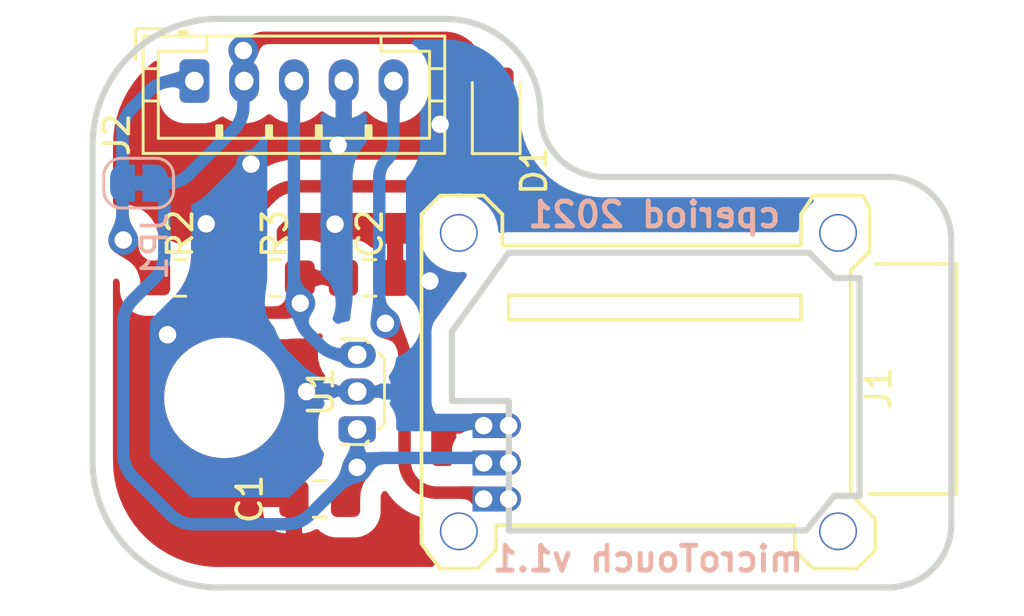
<source format=kicad_pcb>
(kicad_pcb (version 20211014) (generator pcbnew)
  (layers (0 "F.Cu" signal) (31 "B.Cu" signal) (34 "B.Paste" user) (35 "F.Paste" user) (36 "B.SilkS" user "B.Silkscreen") (37 "F.SilkS" user "F.Silkscreen") (38 "B.Mask" user) (39 "F.Mask" user) (44 "Edge.Cuts" user))
  (net 0 "")
  (net 1 "Net-(D1-Pad1)")
  (net 2 "/SIG")
  (net 3 "/SERVO")
  (net 4 "/5V")
  (net 5 "GND")
  (net 6 "/VSIG")
  (footprint "MountingHole:MountingHole_3.2mm_M3" (layer "F.Cu") (at 100.33 101.6)
    (fp_text reference "H1" hide)
    (fp_text value "MountingHole" hide)
  )
  (footprint "LED_SMD:LED_0805_2012Metric_Pad1.15x1.40mm_HandSolder" (layer "F.Cu") (at 111.252 89.916 90)
    (fp_text reference "D1")
    (fp_text value "LED")
  )
  (footprint "Capacitor_SMD:C_0805_2012Metric_Pad1.18x1.45mm_HandSolder" (layer "F.Cu") (at 106.1505 96.774)
    (fp_text reference "C2")
    (fp_text value "100nF")
  )
  (footprint "Resistor_SMD:R_0805_2012Metric_Pad1.20x1.40mm_HandSolder" (layer "F.Cu") (at 98.552 96.774 180)
    (fp_text reference "R2")
    (fp_text value "4K7")
  )
  (footprint "Resistor_SMD:R_0805_2012Metric_Pad1.20x1.40mm_HandSolder" (layer "F.Cu") (at 102.362 96.774 180)
    (fp_text reference "R3")
    (fp_text value "4K7")
  )
  (footprint "Capacitor_SMD:C_0805_2012Metric_Pad1.18x1.45mm_HandSolder" (layer "F.Cu") (at 104.1615 105.664 180)
    (fp_text reference "C1")
    (fp_text value "10uF")
  )
  (footprint "microTouch:GS-1502" (layer "F.Cu") (at 109.749 94.965)
    (fp_text reference "J1")
    (fp_text value "SERVO")
  )
  (footprint "Connector_JST:JST_PH_B5B-PH-K_1x05_P2.00mm_Vertical" (layer "F.Cu") (at 99.124 88.858)
    (fp_text reference "J2")
    (fp_text value "PRINTER")
  )
  (footprint "microTouch:TO-92Flat_Oval" (layer "F.Cu") (at 105.664 102.616 90)
    (fp_text reference "U1")
    (fp_text value "A3144")
  )
  (footprint "Jumper:SolderJumper-2_P1.3mm_Bridged_RoundedPad1.0x1.5mm" (layer "B.Cu") (at 96.886 92.964)
    (fp_text reference "JP1")
    (fp_text value "LOGICV")
  )
  (gr_arc (start 127 92.71) (mid 128.796051 93.453949) (end 129.54 95.25) (layer "Edge.Cuts") (width 0.25))
  (gr_line (start 124.841 96.774) (end 125.857 96.774) (layer "Edge.Cuts") (width 0.25))
  (gr_line (start 123.825 95.758) (end 124.841 96.774) (layer "Edge.Cuts") (width 0.25))
  (gr_line (start 95.032102 104.14) (end 95.032102 91.44) (layer "Edge.Cuts") (width 0.25))
  (gr_line (start 125.857 96.774) (end 125.857 105.537) (layer "Edge.Cuts") (width 0.25))
  (gr_arc (start 115.57 92.71) (mid 113.773949 91.966051) (end 113.03 90.17) (layer "Edge.Cuts") (width 0.25))
  (gr_arc (start 100.33 109.22) (mid 96.597575 107.80995) (end 95.032102 104.14) (layer "Edge.Cuts") (width 0.25))
  (gr_line (start 123.698 106.934) (end 111.76 106.934) (layer "Edge.Cuts") (width 0.25))
  (gr_line (start 109.474 101.727) (end 109.474 98.933) (layer "Edge.Cuts") (width 0.25))
  (gr_line (start 111.76 101.727) (end 109.474 101.727) (layer "Edge.Cuts") (width 0.25))
  (gr_line (start 124.841 105.537) (end 123.698 106.934) (layer "Edge.Cuts") (width 0.25))
  (gr_line (start 129.54 95.25) (end 129.54 106.68) (layer "Edge.Cuts") (width 0.25))
  (gr_line (start 100.33 86.36) (end 109.22 86.36) (layer "Edge.Cuts") (width 0.25))
  (gr_line (start 125.857 105.537) (end 124.841 105.537) (layer "Edge.Cuts") (width 0.25))
  (gr_line (start 127 109.22) (end 100.33 109.22) (layer "Edge.Cuts") (width 0.25))
  (gr_line (start 109.474 98.933) (end 111.76 95.758) (layer "Edge.Cuts") (width 0.25))
  (gr_line (start 111.76 95.758) (end 123.825 95.758) (layer "Edge.Cuts") (width 0.25))
  (gr_arc (start 129.54 106.68) (mid 128.796051 108.476051) (end 127 109.22) (layer "Edge.Cuts") (width 0.25))
  (gr_line (start 115.57 92.71) (end 127 92.71) (layer "Edge.Cuts") (width 0.25))
  (gr_line (start 111.76 106.934) (end 111.76 101.727) (layer "Edge.Cuts") (width 0.25))
  (gr_arc (start 95.032102 91.44) (mid 96.597575 87.770051) (end 100.33 86.36) (layer "Edge.Cuts") (width 0.25))
  (gr_arc (start 109.22 86.36) (mid 111.914077 87.475923) (end 113.03 90.17) (layer "Edge.Cuts") (width 0.25))
  (gr_text "cperiod 2021" (at 117.602 94.234) (layer "B.SilkS") (effects (font (size 1 1) (thickness 0.2)) (justify mirror)))
  (gr_text "microTouch v1.1" (at 117.348 108.077) (layer "B.SilkS") (effects (font (size 1 1) (thickness 0.2)) (justify mirror)))
  (segment (start 103.112689 93.091) (end 102.979661 93.104101) (width 0.5) (layer "F.Cu") (net 1))
  (segment (start 101.491135 94.326146) (end 101.439981 94.449643) (width 0.5) (layer "F.Cu") (net 1))
  (segment (start 111.246965 90.941) (end 111.245902 90.941104) (width 0.5) (layer "F.Cu") (net 1))
  (segment (start 101.713211 93.993786) (end 101.628411 94.097115) (width 0.5) (layer "F.Cu") (net 1))
  (segment (start 102.848558 93.130179) (end 102.720643 93.168982) (width 0.5) (layer "F.Cu") (net 1))
  (segment (start 101.439981 94.449643) (end 101.401178 94.577558) (width 0.5) (layer "F.Cu") (net 1))
  (segment (start 102.368115 93.357411) (end 102.264786 93.442211) (width 0.5) (layer "F.Cu") (net 1))
  (segment (start 108.988355 93.013016) (end 109.111851 92.961862) (width 0.5) (layer "F.Cu") (net 1))
  (segment (start 111.241019 90.943125) (end 111.241907 90.942532) (width 0.5) (layer "F.Cu") (net 1))
  (segment (start 111.244856 90.941311) (end 111.243834 90.94162) (width 0.5) (layer "F.Cu") (net 1))
  (segment (start 102.597146 93.220135) (end 102.479259 93.283147) (width 0.5) (layer "F.Cu") (net 1))
  (segment (start 111.245902 90.941104) (end 111.244856 90.941311) (width 0.5) (layer "F.Cu") (net 1))
  (segment (start 103.112689 93.091) (end 108.596309 93.091) (width 0.5) (layer "F.Cu") (net 1))
  (segment (start 101.554147 94.208259) (end 101.628411 94.097115) (width 0.5) (layer "F.Cu") (net 1))
  (segment (start 108.729337 93.077897) (end 108.596309 93.091) (width 0.5) (layer "F.Cu") (net 1))
  (segment (start 101.375101 94.708661) (end 101.362 94.841688) (width 0.5) (layer "F.Cu") (net 1))
  (segment (start 111.243834 90.94162) (end 111.242848 90.942029) (width 0.5) (layer "F.Cu") (net 1))
  (segment (start 109.444211 92.739786) (end 109.340882 92.824586) (width 0.5) (layer "F.Cu") (net 1))
  (segment (start 111.240194 90.943803) (end 109.444211 92.739786) (width 0.5) (layer "F.Cu") (net 1))
  (segment (start 102.264786 93.442211) (end 101.713211 93.993786) (width 0.5) (layer "F.Cu") (net 1))
  (segment (start 101.554147 94.208259) (end 101.491135 94.326146) (width 0.5) (layer "F.Cu") (net 1))
  (segment (start 111.242848 90.942029) (end 111.241907 90.942532) (width 0.5) (layer "F.Cu") (net 1))
  (segment (start 101.401178 94.577558) (end 101.375101 94.708661) (width 0.5) (layer "F.Cu") (net 1))
  (segment (start 102.979661 93.104101) (end 102.848558 93.130179) (width 0.5) (layer "F.Cu") (net 1))
  (segment (start 109.229738 92.89885) (end 109.340882 92.824586) (width 0.5) (layer "F.Cu") (net 1))
  (segment (start 108.988355 93.013016) (end 108.86044 93.051818) (width 0.5) (layer "F.Cu") (net 1))
  (segment (start 109.229738 92.89885) (end 109.111851 92.961862) (width 0.5) (layer "F.Cu") (net 1))
  (segment (start 102.597146 93.220135) (end 102.720643 93.168982) (width 0.5) (layer "F.Cu") (net 1))
  (segment (start 108.86044 93.051818) (end 108.729337 93.077897) (width 0.5) (layer "F.Cu") (net 1))
  (segment (start 102.368115 93.357411) (end 102.479259 93.283147) (width 0.5) (layer "F.Cu") (net 1))
  (segment (start 111.241019 90.943125) (end 111.240194 90.943803) (width 0.5) (layer "F.Cu") (net 1))
  (segment (start 111.246965 90.941) (end 111.252 90.941) (width 0.5) (layer "F.Cu") (net 1))
  (segment (start 101.362 94.841688) (end 101.362 96.774) (width 0.5) (layer "F.Cu") (net 1))
  (segment (start 99.727168 97.809985) (end 99.678339 97.736907) (width 0.5) (layer "F.Cu") (net 2))
  (segment (start 100.144803 98.119724) (end 100.228909 98.145237) (width 0.5) (layer "F.Cu") (net 2))
  (segment (start 102.885817 98.152267) (end 102.823141 98.164735) (width 0.5) (layer "F.Cu") (net 2))
  (segment (start 99.552 97.320419) (end 99.560614 97.407886) (width 0.5) (layer "F.Cu") (net 2))
  (segment (start 102.946971 98.133717) (end 102.885817 98.152267) (width 0.5) (layer "F.Cu") (net 2))
  (segment (start 100.315111 98.162384) (end 100.402579 98.171) (width 0.5) (layer "F.Cu") (net 2))
  (segment (start 103.006011 98.109261) (end 102.946971 98.133717) (width 0.5) (layer "F.Cu") (net 2))
  (segment (start 100.144803 98.119724) (end 100.063602 98.08609) (width 0.5) (layer "F.Cu") (net 2))
  (segment (start 102.823141 98.164735) (end 102.759543 98.171) (width 0.5) (layer "F.Cu") (net 2))
  (segment (start 99.636908 97.659395) (end 99.678339 97.736907) (width 0.5) (layer "F.Cu") (net 2))
  (segment (start 103.164905 98.003093) (end 103.378 97.79) (width 0.5) (layer "F.Cu") (net 2))
  (segment (start 99.845072 97.940072) (end 99.782925 97.877925) (width 0.5) (layer "F.Cu") (net 2))
  (segment (start 103.362 96.774) (end 105.113 96.774) (width 0.5) (layer "F.Cu") (net 2))
  (segment (start 99.57776 97.494088) (end 99.603273 97.578194) (width 0.5) (layer "F.Cu") (net 2))
  (segment (start 103.06237 98.079136) (end 103.115505 98.043633) (width 0.5) (layer "F.Cu") (net 2))
  (segment (start 100.402579 98.171) (end 102.759543 98.171) (width 0.5) (layer "F.Cu") (net 2))
  (segment (start 99.913012 97.995829) (end 99.98609 98.044659) (width 0.5) (layer "F.Cu") (net 2))
  (segment (start 99.560614 97.407886) (end 99.57776 97.494088) (width 0.5) (layer "F.Cu") (net 2))
  (segment (start 100.315111 98.162384) (end 100.228909 98.145237) (width 0.5) (layer "F.Cu") (net 2))
  (segment (start 99.727168 97.809985) (end 99.782925 97.877925) (width 0.5) (layer "F.Cu") (net 2))
  (segment (start 99.636908 97.659395) (end 99.603273 97.578194) (width 0.5) (layer "F.Cu") (net 2))
  (segment (start 103.164905 98.003093) (end 103.115505 98.043633) (width 0.5) (layer "F.Cu") (net 2))
  (segment (start 103.06237 98.079136) (end 103.006011 98.109261) (width 0.5) (layer "F.Cu") (net 2))
  (segment (start 99.552 97.320419) (end 99.552 96.774) (width 0.5) (layer "F.Cu") (net 2))
  (segment (start 99.98609 98.044659) (end 100.063602 98.08609) (width 0.5) (layer "F.Cu") (net 2))
  (segment (start 99.845072 97.940072) (end 99.913012 97.995829) (width 0.5) (layer "F.Cu") (net 2))
  (via (at 103.378 97.79) (size 1.2) (drill 0.7) (layers "F.Cu" "B.Cu") (net 2))
  (segment (start 103.378 98.287218) (end 103.388334 98.392148) (width 0.5) (layer "B.Cu") (net 2))
  (segment (start 103.479859 98.693869) (end 103.529562 98.786857) (width 0.5) (layer "B.Cu") (net 2))
  (segment (start 103.208908 97.615003) (end 103.235936 97.647936) (width 0.5) (layer "B.Cu") (net 2))
  (segment (start 103.316758 97.746417) (end 103.336841 97.78399) (width 0.5) (layer "B.Cu") (net 2))
  (segment (start 103.373823 97.905904) (end 103.378 97.948302) (width 0.5) (layer "B.Cu") (net 2))
  (segment (start 104.222527 99.523527) (end 103.65503 98.95603) (width 0.5) (layer "B.Cu") (net 2))
  (segment (start 105.049326 99.866) (end 105.664 99.866) (width 0.5) (layer "B.Cu") (net 2))
  (segment (start 103.293088 97.710994) (end 103.316758 97.746417) (width 0.5) (layer "B.Cu") (net 2))
  (segment (start 104.79177 99.827794) (end 104.919609 99.853223) (width 0.5) (layer "B.Cu") (net 2))
  (segment (start 104.222527 99.523527) (end 104.323284 99.606216) (width 0.5) (layer "B.Cu") (net 2))
  (segment (start 103.124 97.377696) (end 103.124 88.858) (width 0.5) (layer "B.Cu") (net 2))
  (segment (start 103.388334 98.392148) (end 103.408904 98.495559) (width 0.5) (layer "B.Cu") (net 2))
  (segment (start 104.919609 99.853223) (end 105.049326 99.866) (width 0.5) (layer "B.Cu") (net 2))
  (segment (start 104.667038 99.789957) (end 104.546615 99.740076) (width 0.5) (layer "B.Cu") (net 2))
  (segment (start 103.588141 98.874525) (end 103.65503 98.95603) (width 0.5) (layer "B.Cu") (net 2))
  (segment (start 103.124 97.377696) (end 103.128175 97.420094) (width 0.5) (layer "B.Cu") (net 2))
  (segment (start 103.136487 97.461878) (end 103.148854 97.502647) (width 0.5) (layer "B.Cu") (net 2))
  (segment (start 103.408904 98.495559) (end 103.439511 98.596457) (width 0.5) (layer "B.Cu") (net 2))
  (segment (start 104.667038 99.789957) (end 104.79177 99.827794) (width 0.5) (layer "B.Cu") (net 2))
  (segment (start 103.266061 97.678061) (end 103.235936 97.647936) (width 0.5) (layer "B.Cu") (net 2))
  (segment (start 103.353144 97.82335) (end 103.336841 97.78399) (width 0.5) (layer "B.Cu") (net 2))
  (segment (start 103.378 98.287218) (end 103.378 97.948302) (width 0.5) (layer "B.Cu") (net 2))
  (segment (start 103.529562 98.786857) (end 103.588141 98.874525) (width 0.5) (layer "B.Cu") (net 2))
  (segment (start 103.128175 97.420094) (end 103.136487 97.461878) (width 0.5) (layer "B.Cu") (net 2))
  (segment (start 103.353144 97.82335) (end 103.365511 97.864119) (width 0.5) (layer "B.Cu") (net 2))
  (segment (start 103.148854 97.502647) (end 103.165157 97.542007) (width 0.5) (layer "B.Cu") (net 2))
  (segment (start 103.266061 97.678061) (end 103.293088 97.710994) (width 0.5) (layer "B.Cu") (net 2))
  (segment (start 104.431662 99.678632) (end 104.323284 99.606216) (width 0.5) (layer "B.Cu") (net 2))
  (segment (start 103.165157 97.542007) (end 103.185239 97.57958) (width 0.5) (layer "B.Cu") (net 2))
  (segment (start 103.208908 97.615003) (end 103.185239 97.57958) (width 0.5) (layer "B.Cu") (net 2))
  (segment (start 103.365511 97.864119) (end 103.373823 97.905904) (width 0.5) (layer "B.Cu") (net 2))
  (segment (start 104.431662 99.678632) (end 104.546615 99.740076) (width 0.5) (layer "B.Cu") (net 2))
  (segment (start 103.479859 98.693869) (end 103.439511 98.596457) (width 0.5) (layer "B.Cu") (net 2))
  (segment (start 107.692473 104.666024) (end 107.752722 104.778743) (width 0.5) (layer "F.Cu") (net 3))
  (segment (start 110.50003 105.451319) (end 110.537751 105.471481) (width 0.5) (layer "F.Cu") (net 3))
  (segment (start 107.823729 104.885012) (end 107.904811 104.983811) (width 0.5) (layer "F.Cu") (net 3))
  (segment (start 107.383588 99.309054) (end 107.444391 99.422807) (width 0.5) (layer "F.Cu") (net 3))
  (segment (start 107.606461 104.425636) (end 107.643562 104.547943) (width 0.5) (layer "F.Cu") (net 3))
  (segment (start 107.493751 99.541973) (end 107.531193 99.665402) (width 0.5) (layer "F.Cu") (net 3))
  (segment (start 107.493751 99.541973) (end 107.444391 99.422807) (width 0.5) (layer "F.Cu") (net 3))
  (segment (start 110.573314 105.495243) (end 110.537751 105.471481) (width 0.5) (layer "F.Cu") (net 3))
  (segment (start 110.573314 105.495243) (end 110.606376 105.522376) (width 0.5) (layer "F.Cu") (net 3))
  (segment (start 107.556357 99.791908) (end 107.569 99.920272) (width 0.5) (layer "F.Cu") (net 3))
  (segment (start 106.812273 98.680734) (end 106.817018 98.687834) (width 0.5) (layer "F.Cu") (net 3))
  (segment (start 106.8 98.640268) (end 106.8 98.6) (width 0.5) (layer "F.Cu") (net 3))
  (segment (start 108.431054 105.335436) (end 108.553361 105.372537) (width 0.5) (layer "F.Cu") (net 3))
  (segment (start 108.678715 105.397472) (end 108.553361 105.372537) (width 0.5) (layer "F.Cu") (net 3))
  (segment (start 107.569 104.173087) (end 107.569 99.920272) (width 0.5) (layer "F.Cu") (net 3))
  (segment (start 107.752722 104.778743) (end 107.823729 104.885012) (width 0.5) (layer "F.Cu") (net 3))
  (segment (start 107.995186 105.074186) (end 108.093985 105.155268) (width 0.5) (layer "F.Cu") (net 3))
  (segment (start 106.802502 98.657142) (end 106.800836 98.648766) (width 0.5) (layer "F.Cu") (net 3))
  (segment (start 108.431054 105.335436) (end 108.312972 105.286524) (width 0.5) (layer "F.Cu") (net 3))
  (segment (start 108.200254 105.226275) (end 108.312972 105.286524) (width 0.5) (layer "F.Cu") (net 3))
  (segment (start 107.531193 99.665402) (end 107.556357 99.791908) (width 0.5) (layer "F.Cu") (net 3))
  (segment (start 106.822435 98.694435) (end 107.230101 99.102101) (width 0.5) (layer "F.Cu") (net 3))
  (segment (start 107.643562 104.547943) (end 107.692473 104.666024) (width 0.5) (layer "F.Cu") (net 3))
  (segment (start 107.569 104.173087) (end 107.581527 104.300282) (width 0.5) (layer "F.Cu") (net 3))
  (segment (start 106.802502 98.657142) (end 106.80498 98.665313) (width 0.5) (layer "F.Cu") (net 3))
  (segment (start 106.817018 98.687834) (end 106.822435 98.694435) (width 0.5) (layer "F.Cu") (net 3))
  (segment (start 106.808248 98.673203) (end 106.80498 98.665313) (width 0.5) (layer "F.Cu") (net 3))
  (segment (start 106.8 98.640268) (end 106.800836 98.648766) (width 0.5) (layer "F.Cu") (net 3))
  (segment (start 106.808248 98.673203) (end 106.812273 98.680734) (width 0.5) (layer "F.Cu") (net 3))
  (segment (start 107.606461 104.425636) (end 107.581527 104.300282) (width 0.5) (layer "F.Cu") (net 3))
  (segment (start 108.80591 105.41) (end 110.335072 105.41) (width 0.5) (layer "F.Cu") (net 3))
  (segment (start 108.093985 105.155268) (end 108.200254 105.226275) (width 0.5) (layer "F.Cu") (net 3))
  (segment (start 110.419585 105.422535) (end 110.377636 105.414192) (width 0.5) (layer "F.Cu") (net 3))
  (segment (start 107.995186 105.074186) (end 107.904811 104.983811) (width 0.5) (layer "F.Cu") (net 3))
  (segment (start 110.460515 105.434951) (end 110.50003 105.451319) (width 0.5) (layer "F.Cu") (net 3))
  (segment (start 110.377636 105.414192) (end 110.335072 105.41) (width 0.5) (layer "F.Cu") (net 3))
  (segment (start 108.678715 105.397472) (end 108.80591 105.41) (width 0.5) (layer "F.Cu") (net 3))
  (segment (start 110.419585 105.422535) (end 110.460515 105.434951) (width 0.5) (layer "F.Cu") (net 3))
  (segment (start 110.606376 105.522376) (end 110.749 105.665) (width 0.5) (layer "F.Cu") (net 3))
  (segment (start 107.230101 99.102101) (end 107.311928 99.201807) (width 0.5) (layer "F.Cu") (net 3))
  (segment (start 107.383588 99.309054) (end 107.311928 99.201807) (width 0.5) (layer "F.Cu") (net 3))
  (via (at 106.8 98.6) (size 1.2) (drill 0.7) (layers "F.Cu" "B.Cu") (net 3))
  (segment (start 106.630915 98.6) (end 106.8 98.6) (width 0.5) (layer "B.Cu") (net 3))
  (segment (start 107.031473 91.771506) (end 107.068125 91.683022) (width 0.5) (layer "B.Cu") (net 3))
  (segment (start 106.69067 92.231025) (end 106.743879 92.151393) (width 0.5) (layer "B.Cu") (net 3))
  (segment (start 106.574152 98.573152) (end 106.579845 98.578845) (width 0.5) (layer "B.Cu") (net 3))
  (segment (start 107.095927 91.591373) (end 107.068125 91.683022) (width 0.5) (layer "B.Cu") (net 3))
  (segment (start 106.804637 92.077358) (end 106.87236 92.009636) (width 0.5) (layer "B.Cu") (net 3))
  (segment (start 106.615006 98.597639) (end 106.622902 98.59921) (width 0.5) (layer "B.Cu") (net 3))
  (segment (start 106.553 98.522083) (end 106.553788 98.530095) (width 0.5) (layer "B.Cu") (net 3))
  (segment (start 106.986326 91.85597) (end 106.933118 91.935603) (width 0.5) (layer "B.Cu") (net 3))
  (segment (start 106.933118 91.935603) (end 106.87236 92.009636) (width 0.5) (layer "B.Cu") (net 3))
  (segment (start 106.804637 92.077358) (end 106.743879 92.151393) (width 0.5) (layer "B.Cu") (net 3))
  (segment (start 106.592763 98.588426) (end 106.586069 98.583953) (width 0.5) (layer "B.Cu") (net 3))
  (segment (start 106.569044 98.566928) (end 106.574152 98.573152) (width 0.5) (layer "B.Cu") (net 3))
  (segment (start 107.114612 91.497439) (end 107.095927 91.591373) (width 0.5) (layer "B.Cu") (net 3))
  (segment (start 107.031473 91.771506) (end 106.986326 91.85597) (width 0.5) (layer "B.Cu") (net 3))
  (segment (start 106.560776 98.553134) (end 106.564572 98.560234) (width 0.5) (layer "B.Cu") (net 3))
  (segment (start 106.592763 98.588426) (end 106.599863 98.592221) (width 0.5) (layer "B.Cu") (net 3))
  (segment (start 106.553 98.522083) (end 106.553 92.68487) (width 0.5) (layer "B.Cu") (net 3))
  (segment (start 106.622902 98.59921) (end 106.630915 98.6) (width 0.5) (layer "B.Cu") (net 3))
  (segment (start 106.69067 92.231025) (end 106.645523 92.31549) (width 0.5) (layer "B.Cu") (net 3))
  (segment (start 106.608872 92.403974) (end 106.581071 92.495623) (width 0.5) (layer "B.Cu") (net 3))
  (segment (start 106.555358 98.537991) (end 106.553788 98.530095) (width 0.5) (layer "B.Cu") (net 3))
  (segment (start 107.124 91.402127) (end 107.124 88.858) (width 0.5) (layer "B.Cu") (net 3))
  (segment (start 106.607302 98.595302) (end 106.615006 98.597639) (width 0.5) (layer "B.Cu") (net 3))
  (segment (start 106.562387 92.589557) (end 106.553 92.68487) (width 0.5) (layer "B.Cu") (net 3))
  (segment (start 106.608872 92.403974) (end 106.645523 92.31549) (width 0.5) (layer "B.Cu") (net 3))
  (segment (start 107.124 91.402127) (end 107.114612 91.497439) (width 0.5) (layer "B.Cu") (net 3))
  (segment (start 106.579845 98.578845) (end 106.586069 98.583953) (width 0.5) (layer "B.Cu") (net 3))
  (segment (start 106.560776 98.553134) (end 106.557695 98.545696) (width 0.5) (layer "B.Cu") (net 3))
  (segment (start 106.581071 92.495623) (end 106.562387 92.589557) (width 0.5) (layer "B.Cu") (net 3))
  (segment (start 106.564572 98.560234) (end 106.569044 98.566928) (width 0.5) (layer "B.Cu") (net 3))
  (segment (start 106.555358 98.537991) (end 106.557695 98.545696) (width 0.5) (layer "B.Cu") (net 3))
  (segment (start 106.607302 98.595302) (end 106.599863 98.592221) (width 0.5) (layer "B.Cu") (net 3))
  (segment (start 109.364337 87.135102) (end 109.231309 87.122) (width 0.5) (layer "F.Cu") (net 4))
  (segment (start 101.748239 87.146973) (end 101.831809 87.130351) (width 0.5) (layer "F.Cu") (net 4))
  (segment (start 105.641138 105.063305) (end 105.656355 104.986809) (width 0.5) (layer "F.Cu") (net 4))
  (segment (start 105.664 104.909191) (end 105.656355 104.986809) (width 0.5) (layer "F.Cu") (net 4))
  (segment (start 101.916605 87.122) (end 109.231309 87.122) (width 0.5) (layer "F.Cu") (net 4))
  (segment (start 111.443 104.013) (end 111.697 104.267) (width 0.5) (layer "F.Cu") (net 4))
  (segment (start 105.459074 105.403923) (end 105.199 105.664) (width 0.5) (layer "F.Cu") (net 4))
  (segment (start 111.175651 88.569651) (end 111.194086 88.592113) (width 0.5) (layer "F.Cu") (net 4))
  (segment (start 101.666702 87.171707) (end 101.587981 87.204314) (width 0.5) (layer "F.Cu") (net 4))
  (segment (start 109.864738 87.314147) (end 109.975882 87.388411) (width 0.5) (layer "F.Cu") (net 4))
  (segment (start 105.618498 105.13794) (end 105.58865 105.209999) (width 0.5) (layer "F.Cu") (net 4))
  (segment (start 105.664 104.909191) (end 105.664 104.394) (width 0.5) (layer "F.Cu") (net 4))
  (segment (start 105.508553 105.343633) (end 105.551884 105.278783) (width 0.5) (layer "F.Cu") (net 4))
  (segment (start 111.252 88.75397) (end 111.252 88.891) (width 0.5) (layer "F.Cu") (net 4))
  (segment (start 105.58865 105.209999) (end 105.551884 105.278783) (width 0.5) (layer "F.Cu") (net 4))
  (segment (start 109.746851 87.251135) (end 109.864738 87.314147) (width 0.5) (layer "F.Cu") (net 4))
  (segment (start 111.235047 88.668747) (end 111.243482 88.696553) (width 0.5) (layer "F.Cu") (net 4))
  (segment (start 101.512836 87.24448) (end 101.44199 87.291819) (width 0.5) (layer "F.Cu") (net 4))
  (segment (start 109.623355 87.199982) (end 109.746851 87.251135) (width 0.5) (layer "F.Cu") (net 4))
  (segment (start 111.249151 88.725052) (end 111.252 88.75397) (width 0.5) (layer "F.Cu") (net 4))
  (segment (start 101.44199 87.291819) (end 101.376125 87.345873) (width 0.5) (layer "F.Cu") (net 4))
  (segment (start 110.079211 87.473211) (end 111.175651 88.569651) (width 0.5) (layer "F.Cu") (net 4))
  (segment (start 111.21023 88.616274) (end 111.194086 88.592113) (width 0.5) (layer "F.Cu") (net 4))
  (segment (start 101.748239 87.146973) (end 101.666702 87.171707) (width 0.5) (layer "F.Cu") (net 4))
  (segment (start 109.49544 87.16118) (end 109.623355 87.199982) (width 0.5) (layer "F.Cu") (net 4))
  (segment (start 109.49544 87.16118) (end 109.364337 87.135102) (width 0.5) (layer "F.Cu") (net 4))
  (segment (start 111.21023 88.616274) (end 111.223927 88.641901) (width 0.5) (layer "F.Cu") (net 4))
  (segment (start 101.376125 87.345873) (end 101.092 87.63) (width 0.5) (layer "F.Cu") (net 4))
  (segment (start 111.223927 88.641901) (end 111.235047 88.668747) (width 0.5) (layer "F.Cu") (net 4))
  (segment (start 109.975882 87.388411) (end 110.079211 87.473211) (width 0.5) (layer "F.Cu") (net 4))
  (segment (start 101.916605 87.122) (end 101.831809 87.130351) (width 0.5) (layer "F.Cu") (net 4))
  (segment (start 105.641138 105.063305) (end 105.618498 105.13794) (width 0.5) (layer "F.Cu") (net 4))
  (segment (start 105.508553 105.343633) (end 105.459074 105.403923) (width 0.5) (layer "F.Cu") (net 4))
  (segment (start 111.243482 88.696553) (end 111.249151 88.725052) (width 0.5) (layer "F.Cu") (net 4))
  (segment (start 101.587981 87.204314) (end 101.512836 87.24448) (width 0.5) (layer "F.Cu") (net 4))
  (via (at 105.664 104.394) (size 1.2) (drill 0.7) (layers "F.Cu" "B.Cu") (net 4))
  (via (at 101.092 87.63) (size 1.2) (drill 0.7) (layers "F.Cu" "B.Cu") (net 4))
  (segment (start 97.823621 93.272499) (end 97.847365 93.31692) (width 0.5) (layer "B.Cu") (net 4))
  (segment (start 105.664146 104.356537) (end 105.66807 104.356532) (width 0.5) (layer "B.Cu") (net 4))
  (segment (start 103.014337 106.666897) (end 102.881309 106.68) (width 0.5) (layer "B.Cu") (net 4))
  (segment (start 97.910736 93.518856) (end 97.917 93.582454) (width 0.5) (layer "B.Cu") (net 4))
  (segment (start 98.457666 92.893699) (end 98.568993 92.847586) (width 0.5) (layer "B.Cu") (net 4))
  (segment (start 105.802561 104.284993) (end 105.788659 104.291567) (width 0.5) (layer "B.Cu") (net 4))
  (segment (start 105.664 104.336611) (end 105.666591 104.346338) (width 0.5) (layer "B.Cu") (net 4))
  (segment (start 96.343981 104.289355) (end 96.395135 104.412851) (width 0.5) (layer "B.Cu") (net 4))
  (segment (start 105.788659 104.291567) (end 105.775098 104.298816) (width 0.5) (layer "B.Cu") (net 4))
  (segment (start 109.273771 104.013) (end 109.127316 104.013) (width 0.5) (layer "B.Cu") (net 4))
  (segment (start 100.962862 90.442851) (end 101.014016 90.319355) (width 0.5) (layer "B.Cu") (net 4))
  (segment (start 98.675265 92.790782) (end 98.568993 92.847586) (width 0.5) (layer "B.Cu") (net 4))
  (segment (start 105.670227 104.354281) (end 105.666591 104.346338) (width 0.5) (layer "B.Cu") (net 4))
  (segment (start 98.775458 92.723835) (end 98.675265 92.790782) (width 0.5) (layer "B.Cu") (net 4))
  (segment (start 96.279101 98.407661) (end 96.305179 98.276558) (width 0.5) (layer "B.Cu") (net 4))
  (segment (start 97.788854 92.964) (end 98.104249 92.964) (width 0.5) (layer "B.Cu") (net 4))
  (segment (start 105.673023 104.358377) (end 105.66807 104.356532) (width 0.5) (layer "B.Cu") (net 4))
  (segment (start 97.877818 96.16044) (end 97.839016 96.288355) (width 0.5) (layer "B.Cu") (net 4))
  (segment (start 105.624037 104.43396) (end 105.636441 104.415994) (width 0.5) (layer "B.Cu") (net 4))
  (segment (start 106.419224 104.060387) (end 106.3252 104.083939) (width 0.5) (layer "B.Cu") (net 4))
  (segment (start 101.052818 90.19144) (end 101.078897 90.060337) (width 0.5) (layer "B.Cu") (net 4))
  (segment (start 111.733769 104.211377) (end 111.733769 104.21862) (width 0.5) (layer "B.Cu") (net 4))
  (segment (start 97.917 95.896309) (end 97.903897 96.029337) (width 0.5) (layer "B.Cu") (net 4))
  (segment (start 108.834405 104.013) (end 106.803448 104.013) (width 0.5) (layer "B.Cu") (net 4))
  (segment (start 97.695973 93.048179) (end 97.692728 93.081126) (width 0.5) (layer "B.Cu") (net 4))
  (segment (start 98.200786 106.328786) (end 96.617211 104.745211) (width 0.5) (layer "B.Cu") (net 4))
  (segment (start 105.660653 104.35887) (end 105.661913 104.3536) (width 0.5) (layer "B.Cu") (net 4))
  (segment (start 96.343982 98.148643) (end 96.305179 98.276558) (width 0.5) (layer "B.Cu") (net 4))
  (segment (start 106.803448 104.013) (end 106.706635 104.017755) (width 0.5) (layer "B.Cu") (net 4))
  (segment (start 105.775098 104.298816) (end 105.761908 104.306721) (width 0.5) (layer "B.Cu") (net 4))
  (segment (start 97.877818 96.16044) (end 97.903897 96.029337) (width 0.5) (layer "B.Cu") (net 4))
  (segment (start 105.650458 104.397294) (end 105.651329 104.401185) (width 0.5) (layer "B.Cu") (net 4))
  (segment (start 105.749121 104.315266) (end 105.73677 104.324426) (width 0.5) (layer "B.Cu") (net 4))
  (segment (start 97.699187 93.113597) (end 97.714794 93.142794) (width 0.5) (layer "B.Cu") (net 4))
  (segment (start 96.532411 97.796115) (end 96.458147 97.907259) (width 0.5) (layer "B.Cu") (net 4))
  (segment (start 105.651329 104.401185) (end 105.654737 104.40326) (width 0.5) (layer "B.Cu") (net 4))
  (segment (start 105.688478 104.366038) (end 105.69381 104.364187) (width 0.5) (layer "B.Cu") (net 4))
  (segment (start 105.635372 104.422625) (end 105.649767 104.40823) (width 0.5) (layer "B.Cu") (net 4))
  (segment (start 111.60983 104.080526) (end 111.581658 104.061703) (width 0.5) (layer "B.Cu") (net 4))
  (segment (start 105.635372 104.422625) (end 105.624037 104.43396) (width 0.5) (layer "B.Cu") (net 4))
  (segment (start 105.664 104.336611) (end 105.664 102.866) (width 0.5) (layer "B.Cu") (net 4))
  (segment (start 111.729583 104.232415) (end 111.732355 104.225724) (width 0.5) (layer "B.Cu") (net 4))
  (segment (start 98.304115 106.413586) (end 98.415259 106.48785) (width 0.5) (layer "B.Cu") (net 4))
  (segment (start 111.454822 104.01632) (end 111.421104 104.013) (width 0.5) (layer "B.Cu") (net 4))
  (segment (start 98.342354 92.928679) (end 98.224169 92.952188) (width 0.5) (layer "B.Cu") (net 4))
  (segment (start 105.666591 104.346338) (end 105.663358 104.344648) (width 0.5) (layer "B.Cu") (net 4))
  (segment (start 111.72556 104.238437) (end 111.697 104.267) (width 0.5) (layer "B.Cu") (net 4))
  (segment (start 100.825586 90.671882) (end 100.740786 90.775211) (width 0.5) (layer "B.Cu") (net 4))
  (segment (start 100.962862 90.442851) (end 100.89985 90.560738) (width 0.5) (layer "B.Cu") (net 4))
  (segment (start 105.647723 104.395376) (end 105.636441 104.415994) (width 0.5) (layer "B.Cu") (net 4))
  (segment (start 109.420227 104.013) (end 109.273771 104.013) (width 0.5) (layer "B.Cu") (net 4))
  (segment (start 97.763684 93.191684) (end 97.795638 93.23062) (width 0.5) (layer "B.Cu") (net 4))
  (segment (start 96.266 98.540689) (end 96.266 103.89731) (width 0.5) (layer "B.Cu") (net 4))
  (segment (start 109.859593 104.013) (end 111.421104 104.013) (width 0.5) (layer "B.Cu") (net 4))
  (segment (start 105.670227 104.354281) (end 105.673023 104.358377) (width 0.5) (layer "B.Cu") (net 4))
  (segment (start 108.98086 104.013) (end 109.127316 104.013) (width 0.5) (layer "B.Cu") (net 4))
  (segment (start 101.092 89.927309) (end 101.078897 90.060337) (width 0.5) (layer "B.Cu") (net 4))
  (segment (start 105.679487 104.373705) (end 105.681814 104.376183) (width 0.5) (layer "B.Cu") (net 4))
  (segment (start 105.650458 104.397294) (end 105.647723 104.395376) (width 0.5) (layer "B.Cu") (net 4))
  (segment (start 97.650586 96.640882) (end 97.72485 96.529738) (width 0.5) (layer "B.Cu") (net 4))
  (segment (start 97.695973 93.048179) (end 97.708643 93.017594) (width 0.5) (layer "B.Cu") (net 4))
  (segment (start 111.733769 104.21862) (end 111.732355 104.225724) (width 0.5) (layer "B.Cu") (net 4))
  (segment (start 105.663358 104.344648) (end 105.664 104.336611) (width 0.5) (layer "B.Cu") (net 4))
  (segment (start 98.915662 106.666897) (end 99.04869 106.68) (width 0.5) (layer "B.Cu") (net 4))
  (segment (start 97.757172 92.973609) (end 97.729645 92.992002) (width 0.5) (layer "B.Cu") (net 4))
  (segment (start 101.092 89.927309) (end 101.092 87.63) (width 0.5) (layer "B.Cu") (net 4))
  (segment (start 111.63602 104.10202) (end 111.72556 104.19156) (width 0.5) (layer "B.Cu") (net 4))
  (segment (start 98.415259 106.48785) (end 98.533146 106.550862) (width 0.5) (layer "B.Cu") (net 4))
  (segment (start 97.879718 93.395027) (end 97.898268 93.45618) (width 0.5) (layer "B.Cu") (net 4))
  (segment (start 111.488052 104.02293) (end 111.454822 104.01632) (width 0.5) (layer "B.Cu") (net 4))
  (segment (start 105.654737 104.40326) (end 105.677003 104.380994) (width 0.5) (layer "B.Cu") (net 4))
  (segment (start 97.898268 93.45618) (end 97.910736 93.518856) (width 0.5) (layer "B.Cu") (net 4))
  (segment (start 103.273355 106.602016) (end 103.396851 106.550862) (width 0.5) (layer "B.Cu") (net 4))
  (segment (start 105.683106 104.365531) (end 105.679523 104.368306) (width 0.5) (layer "B.Cu") (net 4))
  (segment (start 106.610172 104.027256) (end 106.514292 104.041478) (width 0.5) (layer "B.Cu") (net 4))
  (segment (start 96.617211 97.692786) (end 97.565786 96.744211) (width 0.5) (layer "B.Cu") (net 4))
  (segment (start 97.917 93.582454) (end 97.917 95.896309) (width 0.5) (layer "B.Cu") (net 4))
  (segment (start 105.679487 104.373705) (end 105.679523 104.368306) (width 0.5) (layer "B.Cu") (net 4))
  (segment (start 103.014337 106.666897) (end 103.14544 106.640819) (width 0.5) (layer "B.Cu") (net 4))
  (segment (start 96.305179 104.16144) (end 96.279101 104.030337) (width 0.5) (layer "B.Cu") (net 4))
  (segment (start 105.761908 104.306721) (end 105.749121 104.315266) (width 0.5) (layer "B.Cu") (net 4))
  (segment (start 105.664146 104.356537) (end 105.660653 104.35887) (width 0.5) (layer "B.Cu") (net 4))
  (segment (start 106.232444 104.112077) (end 106.3252 104.083939) (width 0.5) (layer "B.Cu") (net 4))
  (segment (start 103.273355 106.602016) (end 103.14544 106.640819) (width 0.5) (layer "B.Cu") (net 4))
  (segment (start 105.724883 104.334181) (end 105.713489 104.344508) (width 0.5) (layer "B.Cu") (net 4))
  (segment (start 108.98086 104.013) (end 108.834405 104.013) (width 0.5) (layer "B.Cu") (net 4))
  (segment (start 109.566682 104.013) (end 109.713138 104.013) (width 0.5) (layer "B.Cu") (net 4))
  (segment (start 97.823621 93.272499) (end 97.795638 93.23062) (width 0.5) (layer "B.Cu") (net 4))
  (segment (start 111.72556 104.19156) (end 111.729584 104.197582) (width 0.5) (layer "B.Cu") (net 4))
  (segment (start 98.868606 92.647391) (end 98.775458 92.723835) (width 0.5) (layer "B.Cu") (net 4))
  (segment (start 97.839016 96.288355) (end 97.787862 96.411851) (width 0.5) (layer "B.Cu") (net 4))
  (segment (start 105.673023 104.358377) (end 105.677404 104.362958) (width 0.5) (layer "B.Cu") (net 4))
  (segment (start 103.729211 106.328786) (end 103.625882 106.413586) (width 0.5) (layer "B.Cu") (net 4))
  (segment (start 98.457666 92.893699) (end 98.342354 92.928679) (width 0.5) (layer "B.Cu") (net 4))
  (segment (start 111.732355 104.204273) (end 111.729584 104.197582) (width 0.5) (layer "B.Cu") (net 4))
  (segment (start 105.69381 104.364187) (end 105.713489 104.344508) (width 0.5) (layer "B.Cu") (net 4))
  (segment (start 109.566682 104.013) (end 109.420227 104.013) (width 0.5) (layer "B.Cu") (net 4))
  (segment (start 105.677404 104.362958) (end 105.683106 104.365531) (width 0.5) (layer "B.Cu") (net 4))
  (segment (start 96.458147 104.530738) (end 96.532411 104.641882) (width 0.5) (layer "B.Cu") (net 4))
  (segment (start 105.650466 104.389101) (end 105.660653 104.35887) (width 0.5) (layer "B.Cu") (net 4))
  (segment (start 105.681814 104.376183) (end 105.677003 104.380994) (width 0.5) (layer "B.Cu") (net 4))
  (segment (start 97.650586 96.640882) (end 97.565786 96.744211) (width 0.5) (layer "B.Cu") (net 4))
  (segment (start 97.729645 92.992002) (end 97.708643 93.017594) (width 0.5) (layer "B.Cu") (net 4))
  (segment (start 96.532411 104.641882) (end 96.617211 104.745211) (width 0.5) (layer "B.Cu") (net 4))
  (segment (start 98.656643 106.602016) (end 98.784558 106.640819) (width 0.5) (layer "B.Cu") (net 4))
  (segment (start 96.305179 104.16144) (end 96.343981 104.289355) (width 0.5) (layer "B.Cu") (net 4))
  (segment (start 96.395135 104.412851) (end 96.458147 104.530738) (width 0.5) (layer "B.Cu") (net 4))
  (segment (start 97.699187 93.113597) (end 97.692728 93.081126) (width 0.5) (layer "B.Cu") (net 4))
  (segment (start 105.69381 104.364187) (end 105.688641 104.369356) (width 0.5) (layer "B.Cu") (net 4))
  (segment (start 106.706635 104.017755) (end 106.610172 104.027256) (width 0.5) (layer "B.Cu") (net 4))
  (segment (start 96.617211 97.692786) (end 96.532411 97.796115) (width 0.5) (layer "B.Cu") (net 4))
  (segment (start 103.514738 106.48785) (end 103.396851 106.550862) (width 0.5) (layer "B.Cu") (net 4))
  (segment (start 105.688641 104.369356) (end 105.681814 104.376183) (width 0.5) (layer "B.Cu") (net 4))
  (segment (start 105.624037 104.43396) (end 103.729211 106.328786) (width 0.5) (layer "B.Cu") (net 4))
  (segment (start 105.661913 104.3536) (end 105.663358 104.344648) (width 0.5) (layer "B.Cu") (net 4))
  (segment (start 97.763684 93.191684) (end 97.714794 93.142794) (width 0.5) (layer "B.Cu") (net 4))
  (segment (start 96.279101 98.407661) (end 96.266 98.540689) (width 0.5) (layer "B.Cu") (net 4))
  (segment (start 105.650466 104.389101) (end 105.650458 104.397294) (width 0.5) (layer "B.Cu") (net 4))
  (segment (start 96.395135 98.025146) (end 96.343982 98.148643) (width 0.5) (layer "B.Cu") (net 4))
  (segment (start 105.647723 104.395376) (end 105.650466 104.389101) (width 0.5) (layer "B.Cu") (net 4))
  (segment (start 105.688478 104.366038) (end 105.683106 104.365531) (width 0.5) (layer "B.Cu") (net 4))
  (segment (start 98.224169 92.952188) (end 98.104249 92.964) (width 0.5) (layer "B.Cu") (net 4))
  (segment (start 111.551778 104.045731) (end 111.581658 104.061703) (width 0.5) (layer "B.Cu") (net 4))
  (segment (start 105.677003 104.380994) (end 105.679487 104.373705) (width 0.5) (layer "B.Cu") (net 4))
  (segment (start 98.200786 106.328786) (end 98.304115 106.413586) (width 0.5) (layer "B.Cu") (net 4))
  (segment (start 97.787862 96.411851) (end 97.72485 96.529738) (width 0.5) (layer "B.Cu") (net 4))
  (segment (start 96.266 103.89731) (end 96.279101 104.030337) (width 0.5) (layer "B.Cu") (net 4))
  (segment (start 96.458147 97.907259) (end 96.395135 98.025146) (width 0.5) (layer "B.Cu") (net 4))
  (segment (start 106.232444 104.112077) (end 106.141181 104.144732) (width 0.5) (layer "B.Cu") (net 4))
  (segment (start 105.688641 104.369356) (end 105.688478 104.366038) (width 0.5) (layer "B.Cu") (net 4))
  (segment (start 105.724883 104.334181) (end 105.73677 104.324426) (width 0.5) (layer "B.Cu") (net 4))
  (segment (start 105.654737 104.40326) (end 105.649767 104.40823) (width 0.5) (layer "B.Cu") (net 4))
  (segment (start 111.60983 104.080526) (end 111.63602 104.10202) (width 0.5) (layer "B.Cu") (net 4))
  (segment (start 98.784558 106.640819) (end 98.915662 106.666897) (width 0.5) (layer "B.Cu") (net 4))
  (segment (start 98.656643 106.602016) (end 98.533146 106.550862) (width 0.5) (layer "B.Cu") (net 4))
  (segment (start 105.649767 104.40823) (end 105.651329 104.401185) (width 0.5) (layer "B.Cu") (net 4))
  (segment (start 105.636441 104.415994) (end 105.635372 104.422625) (width 0.5) (layer "B.Cu") (net 4))
  (segment (start 103.625882 106.413586) (end 103.514738 106.48785) (width 0.5) (layer "B.Cu") (net 4))
  (segment (start 97.879718 93.395027) (end 97.847365 93.31692) (width 0.5) (layer "B.Cu") (net 4))
  (segment (start 98.868606 92.647391) (end 100.740786 90.775211) (width 0.5) (layer "B.Cu") (net 4))
  (segment (start 105.66807 104.356532) (end 105.670227 104.354281) (width 0.5) (layer "B.Cu") (net 4))
  (segment (start 111.488052 104.02293) (end 111.520474 104.032765) (width 0.5) (layer "B.Cu") (net 4))
  (segment (start 106.419224 104.060387) (end 106.514292 104.041478) (width 0.5) (layer "B.Cu") (net 4))
  (segment (start 109.859593 104.013) (end 109.713138 104.013) (width 0.5) (layer "B.Cu") (net 4))
  (segment (start 101.052818 90.19144) (end 101.014016 90.319355) (width 0.5) (layer "B.Cu") (net 4))
  (segment (start 111.729583 104.232415) (end 111.72556 104.238437) (width 0.5) (layer "B.Cu") (net 4))
  (segment (start 111.732355 104.204273) (end 111.733769 104.211377) (width 0.5) (layer "B.Cu") (net 4))
  (segment (start 105.679523 104.368306) (end 105.677404 104.362958) (width 0.5) (layer "B.Cu") (net 4))
  (segment (start 102.881309 106.68) (end 99.04869 106.68) (width 0.5) (layer "B.Cu") (net 4))
  (segment (start 97.788854 92.964) (end 97.757172 92.973609) (width 0.5) (layer "B.Cu") (net 4))
  (segment (start 105.661913 104.3536) (end 105.664146 104.356537) (width 0.5) (layer "B.Cu") (net 4))
  (segment (start 111.520474 104.032765) (end 111.551778 104.045731) (width 0.5) (layer "B.Cu") (net 4))
  (segment (start 100.89985 90.560738) (end 100.825586 90.671882) (width 0.5) (layer "B.Cu") (net 4))
  (arc (start 105.802561 104.284993) (mid 106.07653 104.08912) (end 106.141181 104.144732) (width 0.5) (layer "B.Cu") (net 4))
  (via (at 104.775 94.615) (size 1.2) (drill 0.7) (layers "F.Cu" "B.Cu") (net 5))
  (via (at 101.4 92.2) (size 1.2) (drill 0.7) (layers "F.Cu" "B.Cu") (net 5))
  (via (at 98.044 99.06) (size 1.2) (drill 0.7) (layers "F.Cu" "B.Cu") (net 5))
  (via (at 103.632 101.346) (size 1.2) (drill 0.7) (layers "F.Cu" "B.Cu") (net 5))
  (via (at 108.585 96.901) (size 1.2) (drill 0.7) (layers "F.Cu" "B.Cu") (net 5))
  (via (at 104.902 91.44) (size 1.2) (drill 0.7) (layers "F.Cu" "B.Cu") (net 5))
  (via (at 109 90.6) (size 1.2) (drill 0.7) (layers "F.Cu" "B.Cu") (net 5))
  (via (at 99.6 94.6) (size 1.2) (drill 0.7) (layers "F.Cu" "B.Cu") (net 5))
  (segment (start 111.479528 102.533722) (end 111.520355 102.555544) (width 0.5) (layer "B.Cu") (net 5))
  (segment (start 107.324738 101.538147) (end 107.435882 101.612411) (width 0.5) (layer "B.Cu") (net 5))
  (segment (start 111.558847 102.581264) (end 111.594632 102.610632) (width 0.5) (layer "B.Cu") (net 5))
  (segment (start 111.347054 102.493537) (end 111.392459 102.502568) (width 0.5) (layer "B.Cu") (net 5))
  (segment (start 107.435882 101.612411) (end 107.539211 101.697211) (width 0.5) (layer "B.Cu") (net 5))
  (segment (start 106.824337 101.359101) (end 106.95544 101.385179) (width 0.5) (layer "B.Cu") (net 5))
  (segment (start 111.347054 102.493537) (end 111.300984 102.489) (width 0.5) (layer "B.Cu") (net 5))
  (segment (start 108.694662 102.475897) (end 108.563558 102.449819) (width 0.5) (layer "B.Cu") (net 5))
  (segment (start 111.520355 102.555544) (end 111.558847 102.581264) (width 0.5) (layer "B.Cu") (net 5))
  (segment (start 111.436759 102.516006) (end 111.479528 102.533722) (width 0.5) (layer "B.Cu") (net 5))
  (segment (start 108.194259 102.29685) (end 108.312146 102.359862) (width 0.5) (layer "B.Cu") (net 5))
  (segment (start 106.69131 101.346) (end 105.664 101.346) (width 0.5) (layer "B.Cu") (net 5))
  (segment (start 106.95544 101.385179) (end 107.083355 101.423981) (width 0.5) (layer "B.Cu") (net 5))
  (segment (start 108.435643 102.411016) (end 108.563558 102.449819) (width 0.5) (layer "B.Cu") (net 5))
  (segment (start 111.300984 102.489) (end 108.82769 102.489) (width 0.5) (layer "B.Cu") (net 5))
  (segment (start 111.392459 102.502568) (end 111.436759 102.516006) (width 0.5) (layer "B.Cu") (net 5))
  (segment (start 107.206851 101.475135) (end 107.324738 101.538147) (width 0.5) (layer "B.Cu") (net 5))
  (segment (start 111.594632 102.610632) (end 111.749 102.765) (width 0.5) (layer "B.Cu") (net 5))
  (segment (start 106.824337 101.359101) (end 106.69131 101.346) (width 0.5) (layer "B.Cu") (net 5))
  (segment (start 108.694662 102.475897) (end 108.82769 102.489) (width 0.5) (layer "B.Cu") (net 5))
  (segment (start 107.206851 101.475135) (end 107.083355 101.423981) (width 0.5) (layer "B.Cu") (net 5))
  (segment (start 107.979786 102.137786) (end 108.083115 102.222586) (width 0.5) (layer "B.Cu") (net 5))
  (segment (start 108.312146 102.359862) (end 108.435643 102.411016) (width 0.5) (layer "B.Cu") (net 5))
  (segment (start 107.539211 101.697211) (end 107.979786 102.137786) (width 0.5) (layer "B.Cu") (net 5))
  (segment (start 108.194259 102.29685) (end 108.083115 102.222586) (width 0.5) (layer "B.Cu") (net 5))
  (segment (start 96.322257 95.540344) (end 96.340165 95.562165) (width 0.5) (layer "F.Cu") (net 6))
  (segment (start 96.340165 95.562165) (end 97.552 96.774) (width 0.5) (layer "F.Cu") (net 6))
  (segment (start 96.268766 95.411203) (end 96.274273 95.438889) (width 0.5) (layer "F.Cu") (net 6))
  (segment (start 96.266 95.383111) (end 96.266 95.25) (width 0.5) (layer "F.Cu") (net 6))
  (segment (start 96.293268 95.491979) (end 96.282467 95.465901) (width 0.5) (layer "F.Cu") (net 6))
  (segment (start 96.266 95.383111) (end 96.268766 95.411203) (width 0.5) (layer "F.Cu") (net 6))
  (segment (start 96.293268 95.491979) (end 96.306574 95.516873) (width 0.5) (layer "F.Cu") (net 6))
  (segment (start 96.306574 95.516873) (end 96.322257 95.540344) (width 0.5) (layer "F.Cu") (net 6))
  (segment (start 96.274273 95.438889) (end 96.282467 95.465901) (width 0.5) (layer "F.Cu") (net 6))
  (via (at 96.266 95.25) (size 1.2) (drill 0.7) (layers "F.Cu" "B.Cu") (net 6))
  (segment (start 97.457115 89.124411) (end 97.568259 89.050147) (width 0.5) (layer "B.Cu") (net 6))
  (segment (start 97.457115 89.124411) (end 97.353786 89.209211) (width 0.5) (layer "B.Cu") (net 6))
  (segment (start 96.236 92.59786) (end 96.236 92.744316) (width 0.5) (layer "B.Cu") (net 6))
  (segment (start 96.24086 95.220708) (end 96.238934 95.216059) (width 0.5) (layer "B.Cu") (net 6))
  (segment (start 96.246027 95.229329) (end 96.249219 95.233219) (width 0.5) (layer "B.Cu") (net 6))
  (segment (start 96.236 95.201302) (end 96.236 93.476593) (width 0.5) (layer "B.Cu") (net 6))
  (segment (start 96.237474 95.211244) (end 96.238934 95.216059) (width 0.5) (layer "B.Cu") (net 6))
  (segment (start 97.686146 88.987135) (end 97.809643 88.935982) (width 0.5) (layer "B.Cu") (net 6))
  (segment (start 96.236 93.330138) (end 96.236 93.476593) (width 0.5) (layer "B.Cu") (net 6))
  (segment (start 97.937558 88.897179) (end 97.809643 88.935982) (width 0.5) (layer "B.Cu") (net 6))
  (segment (start 96.236 92.744316) (end 96.236 92.890771) (width 0.5) (layer "B.Cu") (net 6))
  (segment (start 98.201689 88.858) (end 98.068661 88.871101) (width 0.5) (layer "B.Cu") (net 6))
  (segment (start 96.236 93.037227) (end 96.236 92.890771) (width 0.5) (layer "B.Cu") (net 6))
  (segment (start 96.236 93.037227) (end 96.236 93.183682) (width 0.5) (layer "B.Cu") (net 6))
  (segment (start 96.502411 90.079115) (end 96.428147 90.190259) (width 0.5) (layer "B.Cu") (net 6))
  (segment (start 96.236 92.451405) (end 96.236 90.823689) (width 0.5) (layer "B.Cu") (net 6))
  (segment (start 98.068661 88.871101) (end 97.937558 88.897179) (width 0.5) (layer "B.Cu") (net 6))
  (segment (start 96.236 95.201302) (end 96.236492 95.206309) (width 0.5) (layer "B.Cu") (net 6))
  (segment (start 96.246027 95.229329) (end 96.243232 95.225146) (width 0.5) (layer "B.Cu") (net 6))
  (segment (start 96.236492 95.206309) (end 96.237474 95.211244) (width 0.5) (layer "B.Cu") (net 6))
  (segment (start 96.236 92.451405) (end 96.236 92.59786) (width 0.5) (layer "B.Cu") (net 6))
  (segment (start 96.428147 90.190259) (end 96.365135 90.308146) (width 0.5) (layer "B.Cu") (net 6))
  (segment (start 96.587211 89.975786) (end 96.502411 90.079115) (width 0.5) (layer "B.Cu") (net 6))
  (segment (start 97.686146 88.987135) (end 97.568259 89.050147) (width 0.5) (layer "B.Cu") (net 6))
  (segment (start 97.353786 89.209211) (end 96.587211 89.975786) (width 0.5) (layer "B.Cu") (net 6))
  (segment (start 98.201689 88.858) (end 99.124 88.858) (width 0.5) (layer "B.Cu") (net 6))
  (segment (start 96.249219 95.233219) (end 96.266 95.25) (width 0.5) (layer "B.Cu") (net 6))
  (segment (start 96.249102 90.690661) (end 96.236 90.823689) (width 0.5) (layer "B.Cu") (net 6))
  (segment (start 96.313982 90.431643) (end 96.365135 90.308146) (width 0.5) (layer "B.Cu") (net 6))
  (segment (start 96.236 93.330138) (end 96.236 93.183682) (width 0.5) (layer "B.Cu") (net 6))
  (segment (start 96.275179 90.559558) (end 96.249102 90.690661) (width 0.5) (layer "B.Cu") (net 6))
  (segment (start 96.24086 95.220708) (end 96.243232 95.225146) (width 0.5) (layer "B.Cu") (net 6))
  (segment (start 96.313982 90.431643) (end 96.275179 90.559558) (width 0.5) (layer "B.Cu") (net 6))
  (zone (net 3) (net_name "/SERVO") (layer "F.Cu") (priority 16962) (connect_pads yes (clearance 0)) (min_thickness 0.0254) (fill yes (thermal_gap 0.508) (thermal_bridge_width 0.508))
    (polygon (pts (xy 109.815072 105.66) (xy 109.897734 105.66261) (xy 109.969664 105.670537) (xy 110.032317 105.683924) (xy 110.087143 105.702914) (xy 110.135596 105.72765) (xy 110.179129 105.758276) (xy 110.219194 105.794936) (xy 110.257243 105.837772) (xy 110.29473 105.886928) (xy 110.333107 105.942547) (xy 110.964538 105.791662) (xy 110.749 105.165) (xy 110.644679 105.16486) (xy 110.553247 105.16448) (xy 110.470781 105.163919) (xy 110.393359 105.16324) (xy 110.317058 105.1625) (xy 110.237955 105.16176) (xy 110.152128 105.16108) (xy 110.055653 105.16052) (xy 109.944609 105.16014) (xy 109.815072 105.16)))
  )
  (zone (net 6) (net_name "/VSIG") (layer "F.Cu") (priority 16962) (connect_pads yes (clearance 0)) (min_thickness 0.0254) (fill yes (thermal_gap 0.508) (thermal_bridge_width 0.508))
    (polygon (pts (xy 96.533767 96.10932) (xy 96.626405 96.206734) (xy 96.700081 96.294439) (xy 96.757949 96.375138) (xy 96.80316 96.451533) (xy 96.838869 96.526328) (xy 96.868228 96.602226) (xy 96.89439 96.681929) (xy 96.920509 96.768142) (xy 96.949738 96.863566) (xy 96.98523 96.970905) (xy 97.764132 96.986132) (xy 97.748905 96.20723) (xy 97.641566 96.171738) (xy 97.546142 96.142509) (xy 97.459929 96.11639) (xy 97.380226 96.090228) (xy 97.304328 96.060869) (xy 97.229533 96.02516) (xy 97.153138 95.979949) (xy 97.072439 95.922081) (xy 96.984734 95.848405) (xy 96.88732 95.755767)))
  )
  (zone (net 4) (net_name "/5V") (layer "F.Cu") (priority 16962) (connect_pads yes (clearance 0)) (min_thickness 0.0254) (fill yes (thermal_gap 0.508) (thermal_bridge_width 0.508))
    (polygon (pts (xy 105.414 104.641663) (xy 105.408202 104.732302) (xy 105.391394 104.808004) (xy 105.364457 104.870841) (xy 105.328269 104.922885) (xy 105.28371 104.966212) (xy 105.231659 105.002892) (xy 105.172996 105.035001) (xy 105.1086 105.06461) (xy 105.039351 105.093793) (xy 104.966128 105.124624) (xy 105.007034 105.886346) (xy 105.7865 105.664) (xy 105.79007 105.545896) (xy 105.79976 105.443753) (xy 105.814039 105.352907) (xy 105.83138 105.268696) (xy 105.85025 105.186457) (xy 105.86912 105.101529) (xy 105.88646 105.009247) (xy 105.90074 104.904951) (xy 105.91043 104.783977) (xy 105.914 104.641663)))
  )
  (zone (net 3) (net_name "/SERVO") (layer "F.Cu") (priority 16962) (connect_pads yes (clearance 0)) (min_thickness 0.0254) (fill yes (thermal_gap 0.508) (thermal_bridge_width 0.508))
    (polygon (pts (xy 107.740979 99.495753) (xy 107.695012 99.350072) (xy 107.65289 99.226787) (xy 107.614004 99.120939) (xy 107.577746 99.027566) (xy 107.543508 98.941708) (xy 107.510681 98.858403) (xy 107.478659 98.772692) (xy 107.446832 98.679612) (xy 107.414593 98.574203) (xy 107.381334 98.451506) (xy 106.606479 98.370764) (xy 106.556083 99.148182) (xy 106.651705 99.186099) (xy 106.742734 99.215564) (xy 106.82881 99.240691) (xy 106.909574 99.265597) (xy 106.984668 99.294398) (xy 107.053731 99.33121) (xy 107.116406 99.380149) (xy 107.172334 99.445332) (xy 107.221154 99.530875) (xy 107.26251 99.640895)))
  )
  (zone (net 2) (net_name "/SIG") (layer "F.Cu") (priority 16962) (connect_pads yes (clearance 0)) (min_thickness 0.0254) (fill yes (thermal_gap 0.508) (thermal_bridge_width 0.508))
    (polygon (pts (xy 102.291259 98.421) (xy 102.441619 98.420132) (xy 102.56978 98.417776) (xy 102.680592 98.414303) (xy 102.778906 98.410088) (xy 102.869574 98.4055) (xy 102.957446 98.400912) (xy 103.047374 98.396696) (xy 103.144208 98.393224) (xy 103.252799 98.390868) (xy 103.378 98.39) (xy 103.619227 97.611649) (xy 102.84667 97.511275) (xy 102.808158 97.584277) (xy 102.77103 97.651118) (xy 102.733346 97.71144) (xy 102.69317 97.764884) (xy 102.648563 97.81109) (xy 102.597589 97.8497) (xy 102.538309 97.880355) (xy 102.468785 97.902696) (xy 102.387081 97.916364) (xy 102.291259 97.921)))
  )
  (zone (net 6) (net_name "/VSIG") (layer "F.Cu") (priority 16962) (connect_pads yes (clearance 0)) (min_thickness 0.0254) (fill yes (thermal_gap 0.508) (thermal_bridge_width 0.508))
    (polygon (pts (xy 97.160408 96.028855) (xy 97.078514 95.941647) (xy 97.014371 95.861632) (xy 96.965685 95.786623) (xy 96.930165 95.714431) (xy 96.905518 95.64287) (xy 96.889452 95.569751) (xy 96.879674 95.492888) (xy 96.873891 95.410094) (xy 96.869811 95.31918) (xy 96.865143 95.21796) (xy 96.121002 94.987369) (xy 95.919671 95.739954) (xy 96.024103 95.811137) (xy 96.117057 95.870175) (xy 96.201527 95.921044) (xy 96.280509 95.96772) (xy 96.356998 96.01418) (xy 96.433987 96.0644) (xy 96.514472 96.122356) (xy 96.601449 96.192026) (xy 96.697911 96.277384) (xy 96.806855 96.382408)))
  )
  (zone (net 2) (net_name "/SIG") (layer "F.Cu") (priority 16962) (connect_pads yes (clearance 0)) (min_thickness 0.0254) (fill yes (thermal_gap 0.508) (thermal_bridge_width 0.508))
    (polygon (pts (xy 104.552 96.524) (xy 104.417611 96.520622) (xy 104.303497 96.510702) (xy 104.205516 96.494558) (xy 104.119527 96.472508) (xy 104.041389 96.444869) (xy 103.966961 96.411962) (xy 103.892102 96.374102) (xy 103.812672 96.33161) (xy 103.724529 96.284803) (xy 103.623533 96.234) (xy 103.062 96.774) (xy 103.623533 97.314) (xy 103.724529 97.263196) (xy 103.812672 97.216389) (xy 103.892102 97.173897) (xy 103.966961 97.136037) (xy 104.041389 97.10313) (xy 104.119527 97.075491) (xy 104.205516 97.053441) (xy 104.303497 97.037297) (xy 104.417611 97.027377) (xy 104.552 97.024)))
  )
  (zone (net 4) (net_name "/5V") (layer "F.Cu") (priority 16962) (connect_pads yes (clearance 0)) (min_thickness 0.0254) (fill yes (thermal_gap 0.508) (thermal_bridge_width 0.508))
    (polygon (pts (xy 105.535419 105.681132) (xy 105.630835 105.577033) (xy 105.703224 105.481082) (xy 105.757876 105.391708) (xy 105.800082 105.307339) (xy 105.835134 105.226404) (xy 105.868322 105.147333) (xy 105.904938 105.068553) (xy 105.950274 104.988496) (xy 106.009619 104.905588) (xy 106.088266 104.818261) (xy 105.668776 104.094039) (xy 105.119905 104.646902) (xy 105.157167 104.721833) (xy 105.195378 104.793096) (xy 105.231595 104.861495) (xy 105.26287 104.927833) (xy 105.28626 104.992913) (xy 105.298821 105.05754) (xy 105.297606 105.122517) (xy 105.279671 105.188647) (xy 105.242072 105.256734) (xy 105.181864 105.327582)))
  )
  (zone (net 4) (net_name "/5V") (layer "F.Cu") (priority 16962) (connect_pads yes (clearance 0)) (min_thickness 0.0254) (fill yes (thermal_gap 0.508) (thermal_bridge_width 0.508))
    (polygon (pts (xy 102.130572 86.872) (xy 101.985604 86.876424) (xy 101.862641 86.888432) (xy 101.756856 86.906127) (xy 101.663424 86.927616) (xy 101.577519 86.951) (xy 101.494315 86.974384) (xy 101.408987 86.995872) (xy 101.316709 87.013568) (xy 101.212655 87.025576) (xy 101.092 87.03) (xy 100.867519 87.829018) (xy 101.64593 87.860566) (xy 101.676831 87.782926) (xy 101.70537 87.708683) (xy 101.733895 87.638961) (xy 101.764756 87.574885) (xy 101.800303 87.51758) (xy 101.842886 87.468171) (xy 101.894854 87.427784) (xy 101.958558 87.397542) (xy 102.036347 87.378573) (xy 102.130572 87.372)))
  )
  (zone (net 4) (net_name "/5V") (layer "F.Cu") (priority 16962) (connect_pads yes (clearance 0)) (min_thickness 0.0254) (fill yes (thermal_gap 0.508) (thermal_bridge_width 0.508))
    (polygon (pts (xy 110.40137 88.148924) (xy 110.478228 88.230612) (xy 110.538781 88.305656) (xy 110.585037 88.376067) (xy 110.619005 88.443856) (xy 110.642693 88.511034) (xy 110.658111 88.579613) (xy 110.667268 88.651604) (xy 110.672172 88.729019) (xy 110.674832 88.813868) (xy 110.677257 88.908164) (xy 111.384986 89.145893) (xy 111.594873 88.429413) (xy 111.496915 88.358949) (xy 111.40973 88.300021) (xy 111.330441 88.24889) (xy 111.256173 88.20182) (xy 111.184049 88.155073) (xy 111.111192 88.104911) (xy 111.034728 88.047598) (xy 110.951779 87.979394) (xy 110.859469 87.896564) (xy 110.754924 87.79537)))
  )
  (zone (net 1) (net_name "Net-(D1-Pad1)") (layer "F.Cu") (priority 16962) (connect_pads yes (clearance 0)) (min_thickness 0.0254) (fill yes (thermal_gap 0.508) (thermal_bridge_width 0.508))
    (polygon (pts (xy 110.607335 91.930216) (xy 110.701282 91.840425) (xy 110.785693 91.768342) (xy 110.863209 91.711109) (xy 110.936473 91.665867) (xy 111.008127 91.629759) (xy 111.080813 91.599927) (xy 111.157174 91.573512) (xy 111.239853 91.547656) (xy 111.331491 91.519502) (xy 111.434731 91.486191) (xy 111.45751 90.739949) (xy 110.710948 90.746353) (xy 110.675107 90.849745) (xy 110.644867 90.941479) (xy 110.617303 91.02423) (xy 110.589493 91.100672) (xy 110.558514 91.173481) (xy 110.521443 91.245332) (xy 110.475357 91.318901) (xy 110.417333 91.396862) (xy 110.344449 91.48189) (xy 110.253781 91.576662)))
  )
  (zone (net 5) (net_name "GND") (layers F&B.Cu) (connect_pads (clearance 0.82)) (min_thickness 0.254) (fill yes (thermal_gap 0.65) (thermal_bridge_width 0.65))
    (polygon (pts (xy 132.461 110.363) (xy 91.313 110.363) (xy 91.313 85.598) (xy 132.461 85.598)))
  )
  (zone (net 2) (net_name "/SIG") (layer "F.Cu") (priority 16962) (connect_pads yes (clearance 0)) (min_thickness 0.0254) (fill yes (thermal_gap 0.508) (thermal_bridge_width 0.508))
    (polygon (pts (xy 103.9455 97.024) (xy 104.077255 97.027172) (xy 104.189274 97.03652) (xy 104.285572 97.051784) (xy 104.370166 97.07271) (xy 104.447074 97.099039) (xy 104.520313 97.130515) (xy 104.5939 97.166881) (xy 104.671851 97.20788) (xy 104.758183 97.253255) (xy 104.856915 97.30275) (xy 105.40675 96.774) (xy 104.856915 96.24525) (xy 104.758183 96.294744) (xy 104.671851 96.340119) (xy 104.5939 96.381118) (xy 104.520313 96.417484) (xy 104.447074 96.44896) (xy 104.370166 96.475289) (xy 104.285572 96.496215) (xy 104.189274 96.511479) (xy 104.077255 96.520827) (xy 103.9455 96.524)))
  )
  (zone (net 1) (net_name "Net-(D1-Pad1)") (layer "F.Cu") (priority 16962) (connect_pads yes (clearance 0)) (min_thickness 0.0254) (fill yes (thermal_gap 0.508) (thermal_bridge_width 0.508))
    (polygon (pts (xy 101.112 95.584) (xy 101.108622 95.718388) (xy 101.098702 95.832502) (xy 101.082558 95.930483) (xy 101.060508 96.016472) (xy 101.032869 96.09461) (xy 100.999962 96.169038) (xy 100.962102 96.243897) (xy 100.91961 96.323327) (xy 100.872803 96.41147) (xy 100.822 96.512467) (xy 101.362 97.074) (xy 101.902 96.512467) (xy 101.851196 96.41147) (xy 101.804389 96.323327) (xy 101.761897 96.243897) (xy 101.724037 96.169038) (xy 101.69113 96.09461) (xy 101.663491 96.016472) (xy 101.641441 95.930483) (xy 101.625297 95.832502) (xy 101.615377 95.718388) (xy 101.612 95.584)))
  )
  (zone (net 2) (net_name "/SIG") (layer "F.Cu") (priority 16962) (connect_pads yes (clearance 0)) (min_thickness 0.0254) (fill yes (thermal_gap 0.508) (thermal_bridge_width 0.508))
    (polygon (pts (xy 99.991356 97.732804) (xy 99.929848 97.659311) (xy 99.893621 97.588875) (xy 99.87918 97.52062) (xy 99.883029 97.453668) (xy 99.901674 97.387145) (xy 99.931619 97.320173) (xy 99.969371 97.251877) (xy 100.011433 97.181381) (xy 100.054311 97.107808) (xy 100.094511 97.030283) (xy 99.54909 96.474015) (xy 99.127736 97.198264) (xy 99.205145 97.286258) (xy 99.261229 97.371071) (xy 99.301783 97.453964) (xy 99.332605 97.536198) (xy 99.359492 97.619032) (xy 99.388242 97.703729) (xy 99.42465 97.791549) (xy 99.474515 97.883753) (xy 99.543634 97.981601) (xy 99.637804 98.086356)))
  )
  (zone (net 2) (net_name "/SIG") (layer "B.Cu") (priority 16962) (connect_pads yes (clearance 0)) (min_thickness 0.0254) (fill yes (thermal_gap 0.508) (thermal_bridge_width 0.508))
    (polygon (pts (xy 104.525827 100.002063) (xy 104.650592 100.051948) (xy 104.758495 100.091878) (xy 104.85304 100.124234) (xy 104.937729 100.151393) (xy 105.016069 100.175737) (xy 105.091562 100.199644) (xy 105.167713 100.225494) (xy 105.248027 100.255667) (xy 105.336007 100.292542) (xy 105.435158 100.3385) (xy 105.9265 99.866) (xy 105.435158 99.3935) (xy 105.359359 99.432792) (xy 105.290529 99.47183) (xy 105.226388 99.508658) (xy 105.164655 99.541317) (xy 105.103052 99.567851) (xy 105.039297 99.586301) (xy 104.971111 99.594711) (xy 104.896214 99.591123) (xy 104.812326 99.57358) (xy 104.717168 99.540124)))
  )
  (zone (net 4) (net_name "/5V") (layer "B.Cu") (priority 16962) (connect_pads yes (clearance 0)) (min_thickness 0.0254) (fill yes (thermal_gap 0.508) (thermal_bridge_width 0.508))
    (polygon (pts (xy 101.342 88.82) (xy 101.345377 88.685611) (xy 101.355297 88.571497) (xy 101.371441 88.473516) (xy 101.393491 88.387527) (xy 101.42113 88.309389) (xy 101.454037 88.234961) (xy 101.491897 88.160102) (xy 101.534389 88.080672) (xy 101.581196 87.992529) (xy 101.632 87.891533) (xy 101.092 87.33) (xy 100.552 87.891533) (xy 100.602803 87.992529) (xy 100.64961 88.080672) (xy 100.692102 88.160102) (xy 100.729962 88.234961) (xy 100.762869 88.309389) (xy 100.790508 88.387527) (xy 100.812558 88.473516) (xy 100.828702 88.571497) (xy 100.838622 88.685611) (xy 100.842 88.82)))
  )
  (zone (net 2) (net_name "/SIG") (layer "B.Cu") (priority 16962) (connect_pads yes (clearance 0)) (min_thickness 0.0254) (fill yes (thermal_gap 0.508) (thermal_bridge_width 0.508))
    (polygon (pts (xy 102.874 96.637696) (xy 102.871571 96.795864) (xy 102.864937 96.930499) (xy 102.855079 97.046748) (xy 102.842977 97.149757) (xy 102.829611 97.244673) (xy 102.81596 97.336644) (xy 102.803006 97.430816) (xy 102.791727 97.532338) (xy 102.783105 97.646355) (xy 102.77812 97.778015) (xy 103.503347 98.062558) (xy 103.759329 97.326764) (xy 103.687177 97.267615) (xy 103.622286 97.213173) (xy 103.564736 97.16086) (xy 103.514604 97.108098) (xy 103.471969 97.052307) (xy 103.436909 96.99091) (xy 103.409504 96.921329) (xy 103.389832 96.840985) (xy 103.377971 96.7473) (xy 103.374 96.637696)))
  )
  (zone (net 2) (net_name "/SIG") (layer "B.Cu") (priority 16962) (connect_pads yes (clearance 0)) (min_thickness 0.0254) (fill yes (thermal_gap 0.508) (thermal_bridge_width 0.508))
    (polygon (pts (xy 103.830479 98.775739) (xy 103.772577 98.693236) (xy 103.737621 98.616346) (xy 103.722599 98.543725) (xy 103.724498 98.474026) (xy 103.740307 98.405906) (xy 103.767012 98.338018) (xy 103.801603 98.269019) (xy 103.841066 98.197562) (xy 103.882389 98.122303) (xy 103.922561 98.041898) (xy 103.37267 97.490048) (xy 102.914193 98.170634) (xy 102.987846 98.26813) (xy 103.044245 98.357887) (xy 103.088138 98.442368) (xy 103.124272 98.524036) (xy 103.157394 98.605355) (xy 103.192251 98.688788) (xy 103.23359 98.776799) (xy 103.286159 98.871851) (xy 103.354704 98.976408) (xy 103.443974 99.092933)))
  )
  (zone (net 2) (net_name "/SIG") (layer "B.Cu") (priority 16962) (connect_pads yes (clearance 0)) (min_thickness 0.0254) (fill yes (thermal_gap 0.508) (thermal_bridge_width 0.508))
    (polygon (pts (xy 103.374 90.048) (xy 103.377377 89.913611) (xy 103.387297 89.799497) (xy 103.403441 89.701516) (xy 103.425491 89.615527) (xy 103.45313 89.537389) (xy 103.486037 89.462961) (xy 103.523897 89.388102) (xy 103.566389 89.308672) (xy 103.613196 89.220529) (xy 103.664 89.119533) (xy 103.124 88.558) (xy 102.584 89.119533) (xy 102.634803 89.220529) (xy 102.68161 89.308672) (xy 102.724102 89.388102) (xy 102.761962 89.462961) (xy 102.794869 89.537389) (xy 102.822508 89.615527) (xy 102.844558 89.701516) (xy 102.860702 89.799497) (xy 102.870622 89.913611) (xy 102.874 90.048)))
  )
  (zone (net 6) (net_name "/VSIG") (layer "B.Cu") (priority 16962) (connect_pads yes (clearance 0)) (min_thickness 0.0254) (fill yes (thermal_gap 0.508) (thermal_bridge_width 0.508))
    (polygon (pts (xy 98.000229 89.139417) (xy 98.119971 89.110519) (xy 98.223072 89.100532) (xy 98.312978 89.106928) (xy 98.393138 89.127179) (xy 98.466999 89.158754) (xy 98.538007 89.199125) (xy 98.609611 89.245764) (xy 98.685257 89.296142) (xy 98.768393 89.34773) (xy 98.862467 89.398) (xy 99.424 88.858) (xy 98.862467 88.318) (xy 98.75159 88.370129) (xy 98.654216 88.412631) (xy 98.566125 88.44763) (xy 98.4831 88.47725) (xy 98.400922 88.503616) (xy 98.315371 88.528849) (xy 98.222231 88.555075) (xy 98.117282 88.584418) (xy 97.996307 88.619001) (xy 97.855086 88.660948)))
  )
  (zone (net 4) (net_name "/5V") (layer "B.Cu") (priority 16962) (connect_pads yes (clearance 0)) (min_thickness 0.0254) (fill yes (thermal_gap 0.508) (thermal_bridge_width 0.508))
    (polygon (pts (xy 110.791104 104.263) (xy 110.880469 104.265458) (xy 110.957961 104.272967) (xy 111.025392 104.285725) (xy 111.084573 104.303932) (xy 111.13732 104.327787) (xy 111.185443 104.357489) (xy 111.230757 104.393237) (xy 111.275074 104.43523) (xy 111.320206 104.483668) (xy 111.367968 104.53875) (xy 111.977731 104.315904) (xy 111.731225 103.715317) (xy 111.62617 103.719904) (xy 111.534139 103.725416) (xy 111.451169 103.731519) (xy 111.373295 103.737884) (xy 111.296553 103.744178) (xy 111.216981 103.75007) (xy 111.130613 103.75523) (xy 111.033487 103.759325) (xy 110.921639 103.762026) (xy 110.791104 103.763)))
  )
  (zone (net 4) (net_name "/5V") (layer "B.Cu") (priority 16962) (connect_pads yes (clearance 0)) (min_thickness 0.0254) (fill yes (thermal_gap 0.508) (thermal_bridge_width 0.508))
    (polygon (pts (xy 105.914 103.911) (xy 105.916202 103.793681) (xy 105.922819 103.693266) (xy 105.933866 103.606391) (xy 105.949358 103.529692) (xy 105.96931 103.459806) (xy 105.993738 103.393369) (xy 106.022655 103.327018) (xy 106.056078 103.257389) (xy 106.094021 103.181118) (xy 106.1365 103.094842) (xy 105.664 102.6035) (xy 105.1915 103.094842) (xy 105.233978 103.181118) (xy 105.271921 103.257389) (xy 105.305344 103.327018) (xy 105.334261 103.393369) (xy 105.358689 103.459806) (xy 105.378641 103.529692) (xy 105.394133 103.606391) (xy 105.40518 103.693266) (xy 105.411797 103.793681) (xy 105.414 103.911)))
  )
  (zone (net 4) (net_name "/5V") (layer "B.Cu") (priority 16962) (connect_pads yes (clearance 0)) (min_thickness 0.0254) (fill yes (thermal_gap 0.508) (thermal_bridge_width 0.508))
    (polygon (pts (xy 104.987642 105.423908) (xy 105.086572 105.329645) (xy 105.175525 105.254443) (xy 105.257275 105.195149) (xy 105.334597 105.148613) (xy 105.410265 105.11168) (xy 105.487054 105.081201) (xy 105.567737 105.054022) (xy 105.65509 105.026992) (xy 105.751887 104.996958) (xy 105.860903 104.96077) (xy 105.876132 104.181869) (xy 105.097231 104.197093) (xy 105.061041 104.306108) (xy 105.031007 104.402905) (xy 105.003976 104.490258) (xy 104.976797 104.570942) (xy 104.946317 104.64773) (xy 104.909384 104.723399) (xy 104.862847 104.800721) (xy 104.803554 104.882471) (xy 104.728351 104.971424) (xy 104.634089 105.070355)))
  )
  (zone (net 3) (net_name "/SERVO") (layer "B.Cu") (priority 16962) (connect_pads yes (clearance 0)) (min_thickness 0.0254) (fill yes (thermal_gap 0.508) (thermal_bridge_width 0.508))
    (polygon (pts (xy 106.303 97.452083) (xy 106.300471 97.609092) (xy 106.293554 97.742709) (xy 106.283247 97.858051) (xy 106.270552 97.960234) (xy 106.256468 98.054373) (xy 106.241996 98.145586) (xy 106.228135 98.238988) (xy 106.215887 98.339697) (xy 106.206251 98.452827) (xy 106.200228 98.583497) (xy 106.92329 98.873494) (xy 107.184807 98.13965) (xy 107.113369 98.080237) (xy 107.049104 98.025651) (xy 106.992092 97.973303) (xy 106.942417 97.920604) (xy 106.900158 97.864967) (xy 106.8654 97.803801) (xy 106.838222 97.734518) (xy 106.818709 97.65453) (xy 106.80694 97.561248) (xy 106.803 97.452083)))
  )
  (zone (net 4) (net_name "/5V") (layer "B.Cu") (priority 16962) (connect_pads yes (clearance 0)) (min_thickness 0.0254) (fill yes (thermal_gap 0.508) (thermal_bridge_width 0.508))
    (polygon (pts (xy 106.782687 103.763719) (xy 106.626868 103.771107) (xy 106.494005 103.776845) (xy 106.379079 103.781188) (xy 106.277072 103.784394) (xy 106.182965 103.786717) (xy 106.091739 103.788414) (xy 105.998376 103.789741) (xy 105.897856 103.790954) (xy 105.785162 103.79231) (xy 105.655275 103.794064) (xy 105.395931 104.528679) (xy 106.140121 104.759114) (xy 106.198515 104.679368) (xy 106.250119 104.604546) (xy 106.298171 104.535313) (xy 106.345911 104.472336) (xy 106.396578 104.416279) (xy 106.453412 104.367809) (xy 106.519654 104.327592) (xy 106.598541 104.296294) (xy 106.693315 104.274579) (xy 106.807215 104.263116)))
  )
  (zone (net 3) (net_name "/SERVO") (layer "B.Cu") (priority 16962) (connect_pads yes (clearance 0)) (min_thickness 0.0254) (fill yes (thermal_gap 0.508) (thermal_bridge_width 0.508))
    (polygon (pts (xy 107.374 90.048) (xy 107.377377 89.913611) (xy 107.387297 89.799497) (xy 107.403441 89.701516) (xy 107.425491 89.615527) (xy 107.45313 89.537389) (xy 107.486037 89.462961) (xy 107.523897 89.388102) (xy 107.566389 89.308672) (xy 107.613196 89.220529) (xy 107.664 89.119533) (xy 107.124 88.558) (xy 106.584 89.119533) (xy 106.634803 89.220529) (xy 106.68161 89.308672) (xy 106.724102 89.388102) (xy 106.761962 89.462961) (xy 106.794869 89.537389) (xy 106.822508 89.615527) (xy 106.844558 89.701516) (xy 106.860702 89.799497) (xy 106.870622 89.913611) (xy 106.874 90.048)))
  )
  (zone (net 4) (net_name "/5V") (layer "B.Cu") (priority 16962) (connect_pads yes (clearance 0)) (min_thickness 0.0254) (fill yes (thermal_gap 0.508) (thermal_bridge_width 0.508))
    (polygon (pts (xy 105.414 103.186611) (xy 105.410703 103.323337) (xy 105.40099 103.439516) (xy 105.385125 103.539342) (xy 105.363371 103.627008) (xy 105.335994 103.706708) (xy 105.303257 103.782633) (xy 105.265425 103.858979) (xy 105.222762 103.939937) (xy 105.175532 104.029702) (xy 105.124 104.132467) (xy 105.664 104.694) (xy 106.204 104.132467) (xy 106.152467 104.029702) (xy 106.105237 103.939937) (xy 106.062574 103.858979) (xy 106.024742 103.782633) (xy 105.992005 103.706708) (xy 105.964628 103.627008) (xy 105.942874 103.539342) (xy 105.927009 103.439516) (xy 105.917296 103.323337) (xy 105.914 103.186611)))
  )
  (zone (net 6) (net_name "/VSIG") (layer "B.Cu") (priority 16962) (connect_pads yes (clearance 0)) (min_thickness 0.0254) (fill yes (thermal_gap 0.508) (thermal_bridge_width 0.508))
    (polygon (pts (xy 95.986 94.041302) (xy 95.982801 94.181047) (xy 95.973419 94.299769) (xy 95.958169 94.401825) (xy 95.937368 94.491569) (xy 95.911335 94.573355) (xy 95.880387 94.65154) (xy 95.844839 94.730478) (xy 95.805011 94.814525) (xy 95.761219 94.908036) (xy 95.713781 95.015366) (xy 96.280767 95.549636) (xy 96.792471 94.962202) (xy 96.737023 94.863785) (xy 96.686537 94.777535) (xy 96.641218 94.699414) (xy 96.601274 94.62539) (xy 96.56691 94.551426) (xy 96.538332 94.473489) (xy 96.515745 94.387542) (xy 96.499357 94.289552) (xy 96.489373 94.175483) (xy 96.486 94.041302)))
  )
)
</source>
